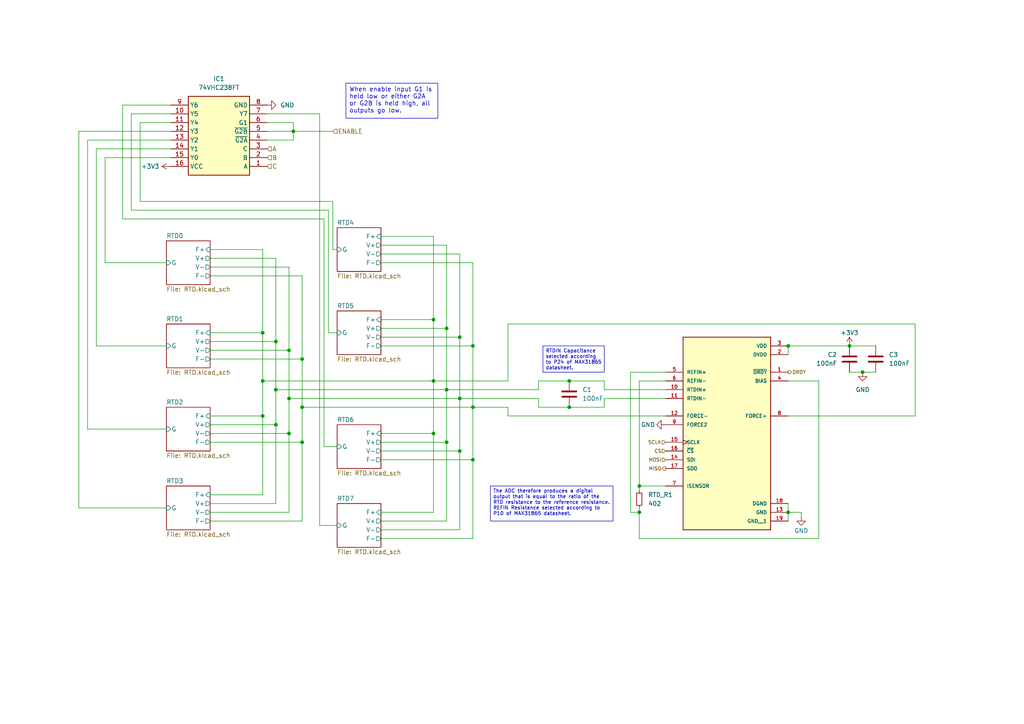
<source format=kicad_sch>
(kicad_sch (version 20231120) (generator "eeschema") (generator_version "8.0")
  (paper "A4")
  (lib_symbols
    (symbol "74VHC238FT:74VHC238FT"
      (property "Reference" "IC" (at 24.13 7.62 0))
      (property "Value" "74VHC238FT" (at 24.13 5.08 0))
      (symbol "74VHC238FT_1_1"
        (rectangle (start 5.08 2.54) (end 22.86 -20.32) (stroke (width 0.254)) (fill (type background)))
        (pin input line (at 0 0 0) (length 5.08) (name "A") (number "1"))
        (pin output line (at 27.94 -15.24 180) (length 5.08) (name "Y5") (number "10"))
        (pin output line (at 27.94 -12.7 180) (length 5.08) (name "Y4") (number "11"))
        (pin output line (at 27.94 -10.16 180) (length 5.08) (name "Y3") (number "12"))
        (pin output line (at 27.94 -7.62 180) (length 5.08) (name "Y2") (number "13"))
        (pin output line (at 27.94 -5.08 180) (length 5.08) (name "Y1") (number "14"))
        (pin output line (at 27.94 -2.54 180) (length 5.08) (name "Y0") (number "15"))
        (pin power_in line (at 27.94 0 180) (length 5.08) (name "VCC") (number "16"))
        (pin input line (at 0 -2.54 0) (length 5.08) (name "B") (number "2"))
        (pin input line (at 0 -5.08 0) (length 5.08) (name "C") (number "3"))
        (pin input line (at 0 -7.62 0) (length 5.08) (name "~{G2A}") (number "4"))
        (pin input line (at 0 -10.16 0) (length 5.08) (name "~{G2B}") (number "5"))
        (pin input line (at 0 -12.7 0) (length 5.08) (name "G1") (number "6"))
        (pin output line (at 0 -15.24 0) (length 5.08) (name "Y7") (number "7"))
        (pin power_in line (at 0 -17.78 0) (length 5.08) (name "GND") (number "8"))
        (pin output line (at 27.94 -17.78 180) (length 5.08) (name "Y6") (number "9"))
      )
    )
    (symbol "Device:C" (pin_numbers hide) (pin_names (offset 0.254))
      (property "Reference" "C" (at 0.635 2.54 0))
      (property "Value" "C" (at 0.635 -2.54 0))
      (symbol "C_0_1"
        (polyline (pts (xy -2.032 -0.762) (xy 2.032 -0.762)) (stroke (width 0.508)))
        (polyline (pts (xy -2.032 0.762) (xy 2.032 0.762)) (stroke (width 0.508)))
      )
      (symbol "C_1_1"
        (pin passive line (at 0 3.81 270) (length 2.794) (name "~") (number "1"))
        (pin passive line (at 0 -3.81 90) (length 2.794) (name "~") (number "2"))
      )
    )
    (symbol "Device:R_Small" (pin_numbers hide) (pin_names (offset 0.254) hide)
      (property "Reference" "R" (at 0.762 0.508 0))
      (property "Value" "R_Small" (at 0.762 -1.016 0))
      (symbol "R_Small_0_1"
        (rectangle (start -0.762 1.778) (end 0.762 -1.778) (stroke (width 0.2032)))
      )
      (symbol "R_Small_1_1"
        (pin passive line (at 0 2.54 270) (length 0.762) (name "~") (number "1"))
        (pin passive line (at 0 -2.54 90) (length 0.762) (name "~") (number "2"))
      )
    )
    (symbol "MAX31865AAP:MAX31865AAP_T" (pin_names (offset 1.016))
      (property "Reference" "U" (at -12.7 25.4 0))
      (property "Value" "MAX31865AAP_T" (at -12.7 -33.02 0))
      (symbol "MAX31865AAP_T_0_0"
        (rectangle (start -12.7 -30.48) (end 12.7 25.4) (stroke (width 0.254)) (fill (type background)))
        (pin output line (at 17.78 15.24 180) (length 5.08) (name "~{DRDY}") (number "1"))
        (pin input line (at -17.78 10.16 0) (length 5.08) (name "RTDIN+") (number "10"))
        (pin input line (at -17.78 7.62 0) (length 5.08) (name "RTDIN-") (number "11"))
        (pin input line (at -17.78 2.54 0) (length 5.08) (name "FORCE-") (number "12"))
        (pin power_in line (at 17.78 -25.4 180) (length 5.08) (name "GND") (number "13"))
        (pin input line (at -17.78 -10.16 0) (length 5.08) (name "SDI") (number "14"))
        (pin input clock (at -17.78 -5.08 0) (length 5.08) (name "SCLK") (number "15"))
        (pin input line (at -17.78 -7.62 0) (length 5.08) (name "~{CS}") (number "16"))
        (pin output line (at -17.78 -12.7 0) (length 5.08) (name "SDO") (number "17"))
        (pin power_in line (at 17.78 -22.86 180) (length 5.08) (name "DGND") (number "18"))
        (pin power_in line (at 17.78 -27.94 180) (length 5.08) (name "GND__1") (number "19"))
        (pin power_in line (at 17.78 20.32 180) (length 5.08) (name "DVDD") (number "2"))
        (pin power_in line (at 17.78 22.86 180) (length 5.08) (name "VDD") (number "3"))
        (pin output line (at 17.78 12.7 180) (length 5.08) (name "BIAS") (number "4"))
        (pin input line (at -17.78 15.24 0) (length 5.08) (name "REFIN+") (number "5"))
        (pin input line (at -17.78 12.7 0) (length 5.08) (name "REFIN-") (number "6"))
        (pin input line (at -17.78 -17.78 0) (length 5.08) (name "ISENSOR") (number "7"))
        (pin output line (at 17.78 2.54 180) (length 5.08) (name "FORCE+") (number "8"))
        (pin input line (at -17.78 0 0) (length 5.08) (name "FORCE2") (number "9"))
      )
    )
    (symbol "power:+3V3" (power) (pin_numbers hide) (pin_names (offset 0) hide)
      (property "Value" "+3V3" (at 0 3.556 0))
      (symbol "+3V3_0_1"
        (polyline (pts (xy -0.762 1.27) (xy 0 2.54)))
        (polyline (pts (xy 0 0) (xy 0 2.54)))
        (polyline (pts (xy 0 2.54) (xy 0.762 1.27)))
      )
      (symbol "+3V3_1_1"
        (pin power_in line (at 0 0 90) (length 0) (name "~") (number "1"))
      )
    )
    (symbol "power:GND" (power) (pin_numbers hide) (pin_names (offset 0) hide)
      (property "Value" "GND" (at 0 -3.81 0))
      (symbol "GND_0_1"
        (polyline (pts (xy 0 0) (xy 0 -1.27) (xy 1.27 -1.27) (xy 0 -2.54) (xy -1.27 -1.27) (xy 0 -1.27)))
      )
      (symbol "GND_1_1"
        (pin power_in line (at 0 0 270) (length 0) (name "~") (number "1"))
      )
    )
  )
  (junction (at 125.73 92.71))
  (junction (at 76.2 110.49))
  (junction (at 129.54 128.27))
  (junction (at 80.01 99.06))
  (junction (at 87.63 128.27))
  (junction (at 87.63 118.11))
  (junction (at 133.35 130.81))
  (junction (at 185.42 140.97))
  (junction (at 165.1 118.11))
  (junction (at 125.73 125.73))
  (junction (at 83.82 115.57))
  (junction (at 250.19 107.95))
  (junction (at 185.42 148.59))
  (junction (at 80.01 123.19))
  (junction (at 76.2 120.65))
  (junction (at 165.1 110.49))
  (junction (at 129.54 95.25))
  (junction (at 129.54 113.03))
  (junction (at 85.09 38.1))
  (junction (at 83.82 125.73))
  (junction (at 76.2 96.52))
  (junction (at 228.6 148.59))
  (junction (at 80.01 113.03))
  (junction (at 83.82 101.6))
  (junction (at 137.16 118.11))
  (junction (at 133.35 97.79))
  (junction (at 125.73 110.49))
  (junction (at 87.63 104.14))
  (junction (at 133.35 115.57))
  (junction (at 246.38 100.33))
  (junction (at 137.16 100.33))
  (junction (at 228.6 100.33))
  (junction (at 137.16 133.35))
  (wire (pts (xy 27.94 100.33) (xy 48.26 100.33)))
  (wire (pts (xy 185.42 142.24) (xy 185.42 140.97)))
  (wire (pts (xy 38.1 60.96) (xy 95.25 60.96)))
  (wire (pts (xy 129.54 128.27) (xy 129.54 151.13)))
  (wire (pts (xy 237.49 110.49) (xy 237.49 156.21)))
  (wire (pts (xy 83.82 101.6) (xy 83.82 115.57)))
  (wire (pts (xy 110.49 97.79) (xy 133.35 97.79)))
  (wire (pts (xy 125.73 92.71) (xy 125.73 110.49)))
  (wire (pts (xy 246.38 107.95) (xy 250.19 107.95)))
  (wire (pts (xy 60.96 125.73) (xy 83.82 125.73)))
  (wire (pts (xy 133.35 73.66) (xy 133.35 97.79)))
  (wire (pts (xy 87.63 118.11) (xy 137.16 118.11)))
  (wire (pts (xy 87.63 128.27) (xy 87.63 118.11)))
  (wire (pts (xy 125.73 125.73) (xy 125.73 148.59)))
  (wire (pts (xy 232.41 149.86) (xy 232.41 148.59)))
  (wire (pts (xy 185.42 147.32) (xy 185.42 148.59)))
  (wire (pts (xy 110.49 130.81) (xy 133.35 130.81)))
  (wire (pts (xy 60.96 74.93) (xy 80.01 74.93)))
  (wire (pts (xy 97.79 129.54) (xy 93.98 129.54)))
  (wire (pts (xy 87.63 80.01) (xy 60.96 80.01)))
  (wire (pts (xy 165.1 110.49) (xy 156.21 110.49)))
  (wire (pts (xy 76.2 143.51) (xy 60.96 143.51)))
  (wire (pts (xy 35.56 63.5) (xy 35.56 30.48)))
  (wire (pts (xy 92.71 33.02) (xy 92.71 152.4)))
  (wire (pts (xy 93.98 129.54) (xy 93.98 63.5)))
  (wire (pts (xy 49.53 35.56) (xy 40.64 35.56)))
  (wire (pts (xy 40.64 58.42) (xy 96.52 58.42)))
  (wire (pts (xy 60.96 104.14) (xy 87.63 104.14)))
  (wire (pts (xy 175.26 110.49) (xy 165.1 110.49)))
  (wire (pts (xy 110.49 71.12) (xy 129.54 71.12)))
  (wire (pts (xy 137.16 118.11) (xy 137.16 133.35)))
  (wire (pts (xy 80.01 113.03) (xy 80.01 123.19)))
  (wire (pts (xy 27.94 43.18) (xy 27.94 100.33)))
  (wire (pts (xy 49.53 45.72) (xy 30.48 45.72)))
  (wire (pts (xy 76.2 120.65) (xy 76.2 143.51)))
  (wire (pts (xy 87.63 151.13) (xy 87.63 128.27)))
  (wire (pts (xy 80.01 99.06) (xy 80.01 113.03)))
  (wire (pts (xy 80.01 146.05) (xy 60.96 146.05)))
  (wire (pts (xy 137.16 156.21) (xy 137.16 133.35)))
  (wire (pts (xy 30.48 76.2) (xy 48.26 76.2)))
  (wire (pts (xy 228.6 148.59) (xy 228.6 151.13)))
  (wire (pts (xy 60.96 72.39) (xy 76.2 72.39)))
  (wire (pts (xy 80.01 113.03) (xy 129.54 113.03)))
  (wire (pts (xy 137.16 76.2) (xy 110.49 76.2)))
  (wire (pts (xy 110.49 68.58) (xy 125.73 68.58)))
  (wire (pts (xy 25.4 40.64) (xy 49.53 40.64)))
  (wire (pts (xy 156.21 110.49) (xy 156.21 113.03)))
  (wire (pts (xy 125.73 110.49) (xy 125.73 125.73)))
  (wire (pts (xy 76.2 72.39) (xy 76.2 96.52)))
  (wire (pts (xy 156.21 118.11) (xy 165.1 118.11)))
  (wire (pts (xy 22.86 38.1) (xy 22.86 147.32)))
  (wire (pts (xy 60.96 128.27) (xy 87.63 128.27)))
  (wire (pts (xy 49.53 43.18) (xy 27.94 43.18)))
  (wire (pts (xy 60.96 101.6) (xy 83.82 101.6)))
  (wire (pts (xy 83.82 77.47) (xy 83.82 101.6)))
  (wire (pts (xy 48.26 124.46) (xy 25.4 124.46)))
  (wire (pts (xy 76.2 110.49) (xy 76.2 120.65)))
  (wire (pts (xy 60.96 123.19) (xy 80.01 123.19)))
  (wire (pts (xy 96.52 72.39) (xy 97.79 72.39)))
  (wire (pts (xy 185.42 140.97) (xy 193.04 140.97)))
  (wire (pts (xy 60.96 151.13) (xy 87.63 151.13)))
  (wire (pts (xy 250.19 107.95) (xy 254 107.95)))
  (wire (pts (xy 133.35 153.67) (xy 110.49 153.67)))
  (wire (pts (xy 246.38 100.33) (xy 254 100.33)))
  (wire (pts (xy 95.25 60.96) (xy 95.25 96.52)))
  (wire (pts (xy 85.09 38.1) (xy 96.52 38.1)))
  (wire (pts (xy 125.73 148.59) (xy 110.49 148.59)))
  (wire (pts (xy 22.86 38.1) (xy 49.53 38.1)))
  (wire (pts (xy 165.1 118.11) (xy 175.26 118.11)))
  (wire (pts (xy 232.41 148.59) (xy 228.6 148.59)))
  (wire (pts (xy 93.98 63.5) (xy 35.56 63.5)))
  (wire (pts (xy 175.26 115.57) (xy 193.04 115.57)))
  (wire (pts (xy 193.04 110.49) (xy 185.42 110.49)))
  (wire (pts (xy 228.6 110.49) (xy 237.49 110.49)))
  (wire (pts (xy 185.42 148.59) (xy 185.42 156.21)))
  (wire (pts (xy 60.96 96.52) (xy 76.2 96.52)))
  (wire (pts (xy 110.49 133.35) (xy 137.16 133.35)))
  (wire (pts (xy 265.43 120.65) (xy 228.6 120.65)))
  (wire (pts (xy 182.88 148.59) (xy 185.42 148.59)))
  (wire (pts (xy 60.96 120.65) (xy 76.2 120.65)))
  (wire (pts (xy 147.32 120.65) (xy 193.04 120.65)))
  (wire (pts (xy 110.49 73.66) (xy 133.35 73.66)))
  (wire (pts (xy 83.82 148.59) (xy 60.96 148.59)))
  (wire (pts (xy 80.01 123.19) (xy 80.01 146.05)))
  (wire (pts (xy 77.47 38.1) (xy 85.09 38.1)))
  (wire (pts (xy 265.43 93.98) (xy 265.43 120.65)))
  (wire (pts (xy 133.35 115.57) (xy 133.35 130.81)))
  (wire (pts (xy 228.6 100.33) (xy 228.6 102.87)))
  (wire (pts (xy 228.6 146.05) (xy 228.6 148.59)))
  (wire (pts (xy 95.25 96.52) (xy 97.79 96.52)))
  (wire (pts (xy 77.47 33.02) (xy 92.71 33.02)))
  (wire (pts (xy 96.52 58.42) (xy 96.52 72.39)))
  (wire (pts (xy 80.01 74.93) (xy 80.01 99.06)))
  (wire (pts (xy 110.49 92.71) (xy 125.73 92.71)))
  (wire (pts (xy 129.54 71.12) (xy 129.54 95.25)))
  (wire (pts (xy 83.82 115.57) (xy 133.35 115.57)))
  (wire (pts (xy 147.32 93.98) (xy 147.32 110.49)))
  (wire (pts (xy 137.16 76.2) (xy 137.16 100.33)))
  (wire (pts (xy 133.35 130.81) (xy 133.35 153.67)))
  (wire (pts (xy 60.96 77.47) (xy 83.82 77.47)))
  (wire (pts (xy 87.63 104.14) (xy 87.63 80.01)))
  (wire (pts (xy 60.96 99.06) (xy 80.01 99.06)))
  (wire (pts (xy 110.49 128.27) (xy 129.54 128.27)))
  (wire (pts (xy 87.63 118.11) (xy 87.63 104.14)))
  (wire (pts (xy 125.73 110.49) (xy 147.32 110.49)))
  (wire (pts (xy 40.64 35.56) (xy 40.64 58.42)))
  (wire (pts (xy 76.2 110.49) (xy 125.73 110.49)))
  (wire (pts (xy 129.54 95.25) (xy 129.54 113.03)))
  (wire (pts (xy 83.82 125.73) (xy 83.82 148.59)))
  (wire (pts (xy 83.82 115.57) (xy 83.82 125.73)))
  (wire (pts (xy 25.4 124.46) (xy 25.4 40.64)))
  (wire (pts (xy 147.32 120.65) (xy 147.32 118.11)))
  (wire (pts (xy 133.35 115.57) (xy 156.21 115.57)))
  (wire (pts (xy 110.49 156.21) (xy 137.16 156.21)))
  (wire (pts (xy 147.32 93.98) (xy 265.43 93.98)))
  (wire (pts (xy 228.6 100.33) (xy 246.38 100.33)))
  (wire (pts (xy 22.86 147.32) (xy 48.26 147.32)))
  (wire (pts (xy 129.54 151.13) (xy 110.49 151.13)))
  (wire (pts (xy 92.71 152.4) (xy 97.79 152.4)))
  (wire (pts (xy 175.26 113.03) (xy 175.26 110.49)))
  (wire (pts (xy 185.42 110.49) (xy 185.42 140.97)))
  (wire (pts (xy 156.21 113.03) (xy 129.54 113.03)))
  (wire (pts (xy 85.09 40.64) (xy 77.47 40.64)))
  (wire (pts (xy 175.26 113.03) (xy 193.04 113.03)))
  (wire (pts (xy 77.47 35.56) (xy 85.09 35.56)))
  (wire (pts (xy 193.04 107.95) (xy 182.88 107.95)))
  (wire (pts (xy 137.16 118.11) (xy 147.32 118.11)))
  (wire (pts (xy 237.49 156.21) (xy 185.42 156.21)))
  (wire (pts (xy 182.88 107.95) (xy 182.88 148.59)))
  (wire (pts (xy 133.35 97.79) (xy 133.35 115.57)))
  (wire (pts (xy 110.49 95.25) (xy 129.54 95.25)))
  (wire (pts (xy 137.16 100.33) (xy 137.16 118.11)))
  (wire (pts (xy 129.54 113.03) (xy 129.54 128.27)))
  (wire (pts (xy 110.49 125.73) (xy 125.73 125.73)))
  (wire (pts (xy 38.1 33.02) (xy 38.1 60.96)))
  (wire (pts (xy 35.56 30.48) (xy 49.53 30.48)))
  (wire (pts (xy 76.2 96.52) (xy 76.2 110.49)))
  (wire (pts (xy 30.48 45.72) (xy 30.48 76.2)))
  (wire (pts (xy 125.73 68.58) (xy 125.73 92.71)))
  (wire (pts (xy 110.49 100.33) (xy 137.16 100.33)))
  (wire (pts (xy 175.26 118.11) (xy 175.26 115.57)))
  (wire (pts (xy 49.53 33.02) (xy 38.1 33.02)))
  (wire (pts (xy 85.09 35.56) (xy 85.09 38.1)))
  (wire (pts (xy 85.09 38.1) (xy 85.09 40.64)))
  (wire (pts (xy 156.21 115.57) (xy 156.21 118.11)))
  (text_box "When enable input G1 is held low or either G2A or G2B is held high, all outputs go low.\n" (at 100.33 24.13 0) (size 26.67 10.16) (effects (font (size 1.27 1.27)) (justify left top)))
  (text_box "The ADC therefore produces a digital output that is equal to the ratio of the RTD resistance to the reference resistance.\nREFIN Resistance selected according to P10 of MAX31865 datasheet." (at 142.24 140.97 0) (size 35.56 10.16) (effects (font (size 1.016 1.016)) (justify left top)))
  (text_box "RTDIN Capacitance selected according to P24 of MAX31865 datasheet." (at 157.48 100.33 0) (size 17.78 7.62) (effects (font (size 1.016 1.016)) (justify left top)))
  (hierarchical_label "CS" (shape input) (at 193.04 130.81 180) (effects (font (size 1 1))))
  (hierarchical_label "MISO" (shape output) (at 193.04 135.89 180) (effects (font (size 1 1))))
  (hierarchical_label "ENABLE" (shape input) (at 96.52 38.1 0))
  (hierarchical_label "A" (shape input) (at 77.47 43.18 0))
  (hierarchical_label "MOSI" (shape input) (at 193.04 133.35 180) (effects (font (size 1 1))))
  (hierarchical_label "DRDY" (shape output) (at 228.6 107.95 0) (effects (font (size 1 1))))
  (hierarchical_label "C" (shape input) (at 77.47 48.26 0))
  (hierarchical_label "SCLK" (shape input) (at 193.04 128.27 180) (effects (font (size 1 1))))
  (hierarchical_label "B" (shape input) (at 77.47 45.72 0))
  (symbol (lib_id "MAX31865AAP:MAX31865AAP_T") (at 210.82 123.19 0) (unit 1)
    (property "Reference" "U1" (effects (hide yes)))
    (property "Value" "MAX31865AAP_T" (effects (hide yes)))
    (property "Footprint" "MAX31865AAP_T:SOP65P777X199-20N" (effects (hide yes)))
    (property "PARTREV" "3" (effects (hide yes)))
    (property "STANDARD" "IPC 7351B" (effects (hide yes)))
    (property "MANUFACTURER" "MAXIM INTEGRATED" (effects (hide yes)))
  )
  (symbol (lib_id "power:+3V3") (at 246.38 100.33 0) (unit 1)
    (property "Reference" "#PWR03" (effects (hide yes)))
    (property "Value" "+3V3" (at 246.38 96.52 0))
    (property "Description" "Power symbol creates a global label with name \"+3V3\"" (effects (hide yes)))
  )
  (symbol (lib_id "power:GND") (at 77.47 30.48 90) (unit 1)
    (property "Reference" "#PWR05" (effects (hide yes)))
    (property "Value" "GND" (at 81.28 30.4799 90) (effects (justify right)))
    (property "Description" "Power symbol creates a global label with name \"GND\" , ground" (effects (hide yes)))
  )
  (symbol (lib_id "power:GND") (at 232.41 149.86 0) (unit 1)
    (property "Reference" "#PWR02" (effects (hide yes)))
    (property "Value" "GND" (at 232.41 153.924 0))
    (property "Description" "Power symbol creates a global label with name \"GND\" , ground" (effects (hide yes)))
  )
  (symbol (lib_id "power:GND") (at 193.04 123.19 270) (unit 1)
    (property "Reference" "#PWR04" (effects (hide yes)))
    (property "Value" "GND" (at 189.992 123.19 90) (effects (justify right)))
    (property "Description" "Power symbol creates a global label with name \"GND\" , ground" (effects (hide yes)))
  )
  (symbol (lib_id "Device:C") (at 165.1 114.3 0) (unit 1)
    (property "Reference" "C1" (at 168.91 113.0299 0) (effects (justify left)))
    (property "Value" "100nF" (at 168.91 115.5699 0) (effects (justify left)))
    (property "Description" "Unpolarized capacitor" (effects (hide yes)))
  )
  (symbol (lib_id "Device:R_Small") (at 185.42 144.78 0) (unit 1)
    (property "Reference" "RTD_R1" (at 187.96 143.5099 0) (effects (justify left)))
    (property "Value" "402" (at 187.96 146.0499 0) (effects (justify left)))
    (property "Description" "Resistor, small symbol" (effects (hide yes)))
  )
  (symbol (lib_id "power:+3V3") (at 49.53 48.26 90) (unit 1)
    (property "Reference" "#PWR06" (effects (hide yes)))
    (property "Value" "+3V3" (at 46.228 48.26 90) (effects (justify left)))
    (property "Description" "Power symbol creates a global label with name \"+3V3\"" (effects (hide yes)))
  )
  (symbol (lib_id "power:GND") (at 250.19 107.95 0) (unit 1)
    (property "Reference" "#PWR01" (effects (hide yes)))
    (property "Value" "GND" (at 250.19 113.03 0))
    (property "Description" "Power symbol creates a global label with name \"GND\" , ground" (effects (hide yes)))
  )
  (symbol (lib_id "Device:C") (at 246.38 104.14 0) (unit 1)
    (property "Reference" "C2" (at 240.03 102.87 0) (effects (justify left)))
    (property "Value" "100nF" (at 236.728 105.41 0) (effects (justify left)))
    (property "Description" "Unpolarized capacitor" (effects (hide yes)))
  )
  (symbol (lib_id "Device:C") (at 254 104.14 0) (unit 1)
    (property "Reference" "C3" (at 257.81 102.8699 0) (effects (justify left)))
    (property "Value" "100nF" (at 257.81 105.4099 0) (effects (justify left)))
    (property "Description" "Unpolarized capacitor" (effects (hide yes)))
  )
  (symbol (lib_id "74VHC238FT:74VHC238FT") (at 77.47 48.26 180) (unit 1)
    (property "Reference" "IC1" (at 63.5 22.86 0))
    (property "Value" "74VHC238FT" (at 63.5 25.4 0))
    (property "Footprint" "SOP65P640X120-16N" (effects (hide yes)))
    (property "Description" "Encoders, Decoders, Multiplexers & Demultiplexers CMOS Logic IC 5.5ns 8mA 2.0V-5.5V" (effects (hide yes)))
    (property "Height" "1.2" (effects (hide yes)))
    (property "Mouser Part Number" "757-74VHC238FT" (effects (hide yes)))
    (property "Mouser Price/Stock" "https://www.mouser.co.uk/ProductDetail/Toshiba/74VHC238FT?qs=byeeYqUIh0Pl5hUxTthlPw%3D%3D" (effects (hide yes)))
    (property "Manufacturer_Name" "Toshiba" (effects (hide yes)))
    (property "Manufacturer_Part_Number" "74VHC238FT" (effects (hide yes)))
  )
  (sheet (at 97.79 146.05) (size 12.7 12.7) (stroke (width 0.1524))
    (property "Sheetname" "RTD7" (at 97.79 145.3384 0) (effects (justify left bottom)))
    (property "Sheetfile" "RTD.kicad_sch" (at 97.79 159.3346 0) (effects (justify left top)))
    (pin "F-" output (at 110.49 156.21 0))
    (pin "G" input (at 97.79 152.4 180))
    (pin "V+" output (at 110.49 151.13 0))
    (pin "V-" output (at 110.49 153.67 0))
    (pin "F+" input (at 110.49 148.59 0))
  )
  (sheet (at 48.26 118.11) (size 12.7 12.7) (stroke (width 0.1524))
    (property "Sheetname" "RTD2" (at 48.26 117.3984 0) (effects (justify left bottom)))
    (property "Sheetfile" "RTD.kicad_sch" (at 48.26 131.3946 0) (effects (justify left top)))
    (pin "F-" output (at 60.96 128.27 0))
    (pin "G" input (at 48.26 124.46 180))
    (pin "V+" output (at 60.96 123.19 0))
    (pin "V-" output (at 60.96 125.73 0))
    (pin "F+" input (at 60.96 120.65 0))
  )
  (sheet (at 97.79 123.19) (size 12.7 12.7) (stroke (width 0.1524))
    (property "Sheetname" "RTD6" (at 97.79 122.4784 0) (effects (justify left bottom)))
    (property "Sheetfile" "RTD.kicad_sch" (at 97.79 136.4746 0) (effects (justify left top)))
    (pin "F-" output (at 110.49 133.35 0))
    (pin "G" input (at 97.79 129.54 180))
    (pin "V+" output (at 110.49 128.27 0))
    (pin "V-" output (at 110.49 130.81 0))
    (pin "F+" input (at 110.49 125.73 0))
  )
  (sheet (at 48.26 140.97) (size 12.7 12.7) (stroke (width 0.1524))
    (property "Sheetname" "RTD3" (at 48.26 140.2584 0) (effects (justify left bottom)))
    (property "Sheetfile" "RTD.kicad_sch" (at 48.26 154.2546 0) (effects (justify left top)))
    (pin "F-" output (at 60.96 151.13 0))
    (pin "G" input (at 48.26 147.32 180))
    (pin "V+" output (at 60.96 146.05 0))
    (pin "V-" output (at 60.96 148.59 0))
    (pin "F+" input (at 60.96 143.51 0))
  )
  (sheet (at 97.79 66.04) (size 12.7 12.7) (stroke (width 0.1524))
    (property "Sheetname" "RTD4" (at 97.79 65.3284 0) (effects (justify left bottom)))
    (property "Sheetfile" "RTD.kicad_sch" (at 97.79 79.3246 0) (effects (justify left top)))
    (pin "F-" output (at 110.49 76.2 0))
    (pin "G" input (at 97.79 72.39 180))
    (pin "V+" output (at 110.49 71.12 0))
    (pin "V-" output (at 110.49 73.66 0))
    (pin "F+" input (at 110.49 68.58 0))
  )
  (sheet (at 48.26 69.85) (size 12.7 12.7) (stroke (width 0.1524))
    (property "Sheetname" "RTD0" (at 48.26 69.1384 0) (effects (justify left bottom)))
    (property "Sheetfile" "RTD.kicad_sch" (at 48.26 83.1346 0) (effects (justify left top)))
    (pin "F-" output (at 60.96 80.01 0))
    (pin "G" input (at 48.26 76.2 180))
    (pin "V+" output (at 60.96 74.93 0))
    (pin "V-" output (at 60.96 77.47 0))
    (pin "F+" input (at 60.96 72.39 0))
  )
  (sheet (at 97.79 90.17) (size 12.7 12.7) (stroke (width 0.1524))
    (property "Sheetname" "RTD5" (at 97.79 89.4584 0) (effects (justify left bottom)))
    (property "Sheetfile" "RTD.kicad_sch" (at 97.79 103.4546 0) (effects (justify left top)))
    (pin "F-" output (at 110.49 100.33 0))
    (pin "G" input (at 97.79 96.52 180))
    (pin "V+" output (at 110.49 95.25 0))
    (pin "V-" output (at 110.49 97.79 0))
    (pin "F+" input (at 110.49 92.71 0))
  )
  (sheet (at 48.26 93.98) (size 12.7 12.7) (stroke (width 0.1524))
    (property "Sheetname" "RTD1" (at 48.26 93.2684 0) (effects (justify left bottom)))
    (property "Sheetfile" "RTD.kicad_sch" (at 48.26 107.2646 0) (effects (justify left top)))
    (pin "F-" output (at 60.96 104.14 0))
    (pin "G" input (at 48.26 100.33 180))
    (pin "V+" output (at 60.96 99.06 0))
    (pin "V-" output (at 60.96 101.6 0))
    (pin "F+" input (at 60.96 96.52 0))
  )
)
</source>
